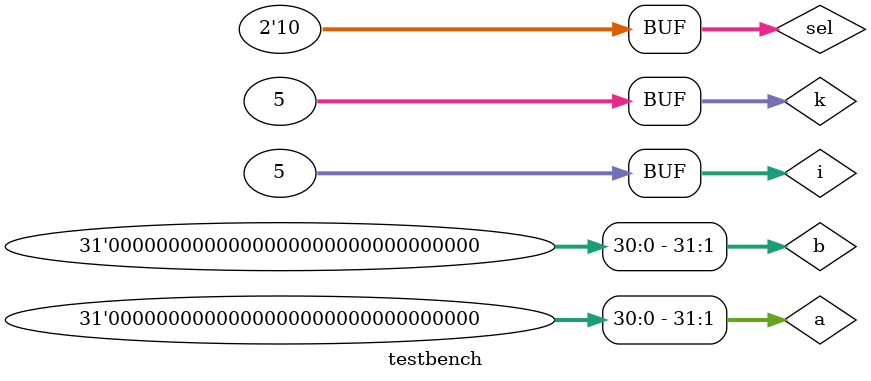
<source format=v>
`timescale 1ns/1ns
`include "32bit_signed_adder_subtractor.v"

module testbench;

reg [31:0]a;
reg [31:0]b;
reg [1:0]sel;
reg cin;
reg bin;
wire cout;
wire bout;
wire [31:0]z;
wire carry;
wire zero;
wire overflow;
wire negative;
integer  i;
integer k;
bit32 U0 (.a(a), .b(b), .sel(sel), .cin(cin), .bin(bin), .cout(cout), .bout(bout), .z(z), .carry(carry), .zero(zero), 
          .overflow(overflow), .negative(negative));

initial begin
    $dumpfile("bit32.vcd");
    $dumpvars();

    for(i = 0; i<5; i=i+1) begin //Addition
        sel = 2'b01;
        a = $random;
        b = $random;
        cin = $random;
        bin = $random;
    #5;
    end
    
    #5;
    for(k = 0; k<5; k=k+1) begin //Subtraction
        sel = 2'b10;
        a = $random;
        b = $random;
        cin = $random;
        bin = $random;
    #5;
    end


end



endmodule
</source>
